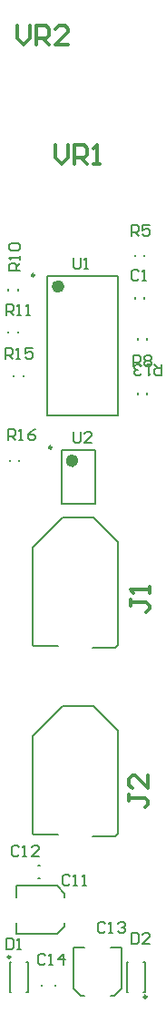
<source format=gto>
G04 Layer_Color=65535*
%FSLAX25Y25*%
%MOIN*%
G70*
G01*
G75*
%ADD18C,0.00800*%
%ADD31C,0.00984*%
%ADD32C,0.02362*%
%ADD33C,0.00787*%
%ADD34C,0.00600*%
%ADD35C,0.01300*%
D18*
X50166Y292789D02*
X49499Y293455D01*
X48166D01*
X47500Y292789D01*
Y290123D01*
X48166Y289457D01*
X49499D01*
X50166Y290123D01*
X51499Y289457D02*
X52832D01*
X52165D01*
Y293455D01*
X51499Y292789D01*
X24666Y71332D02*
X23999Y71999D01*
X22667D01*
X22000Y71332D01*
Y68666D01*
X22667Y68000D01*
X23999D01*
X24666Y68666D01*
X25999Y68000D02*
X27332D01*
X26665D01*
Y71999D01*
X25999Y71332D01*
X29331Y68000D02*
X30664D01*
X29997D01*
Y71999D01*
X29331Y71332D01*
X6166Y81832D02*
X5499Y82499D01*
X4166D01*
X3500Y81832D01*
Y79166D01*
X4166Y78500D01*
X5499D01*
X6166Y79166D01*
X7499Y78500D02*
X8832D01*
X8165D01*
Y82499D01*
X7499Y81832D01*
X13497Y78500D02*
X10831D01*
X13497Y81166D01*
Y81832D01*
X12830Y82499D01*
X11497D01*
X10831Y81832D01*
X37666Y53832D02*
X36999Y54499D01*
X35666D01*
X35000Y53832D01*
Y51166D01*
X35666Y50500D01*
X36999D01*
X37666Y51166D01*
X38999Y50500D02*
X40332D01*
X39665D01*
Y54499D01*
X38999Y53832D01*
X42331D02*
X42997Y54499D01*
X44330D01*
X44997Y53832D01*
Y53166D01*
X44330Y52499D01*
X43664D01*
X44330D01*
X44997Y51833D01*
Y51166D01*
X44330Y50500D01*
X42997D01*
X42331Y51166D01*
X15666Y42332D02*
X14999Y42999D01*
X13667D01*
X13000Y42332D01*
Y39666D01*
X13667Y39000D01*
X14999D01*
X15666Y39666D01*
X16999Y39000D02*
X18332D01*
X17665D01*
Y42999D01*
X16999Y42332D01*
X22330Y39000D02*
Y42999D01*
X20331Y40999D01*
X22997D01*
X1500Y48499D02*
Y44500D01*
X3499D01*
X4166Y45166D01*
Y47832D01*
X3499Y48499D01*
X1500D01*
X5499Y44500D02*
X6832D01*
X6165D01*
Y48499D01*
X5499Y47832D01*
X47500Y50499D02*
Y46500D01*
X49499D01*
X50166Y47166D01*
Y49832D01*
X49499Y50499D01*
X47500D01*
X54164Y46500D02*
X51499D01*
X54164Y49166D01*
Y49832D01*
X53498Y50499D01*
X52165D01*
X51499Y49832D01*
X47500Y305500D02*
Y309499D01*
X49499D01*
X50166Y308832D01*
Y307499D01*
X49499Y306833D01*
X47500D01*
X48833D02*
X50166Y305500D01*
X54164Y309499D02*
X51499D01*
Y307499D01*
X52832Y308166D01*
X53498D01*
X54164Y307499D01*
Y306166D01*
X53498Y305500D01*
X52165D01*
X51499Y306166D01*
X48000Y258000D02*
Y261999D01*
X49999D01*
X50666Y261332D01*
Y259999D01*
X49999Y259333D01*
X48000D01*
X49333D02*
X50666Y258000D01*
X51999Y261332D02*
X52665Y261999D01*
X53998D01*
X54664Y261332D01*
Y260666D01*
X53998Y259999D01*
X54664Y259333D01*
Y258666D01*
X53998Y258000D01*
X52665D01*
X51999Y258666D01*
Y259333D01*
X52665Y259999D01*
X51999Y260666D01*
Y261332D01*
X52665Y259999D02*
X53998D01*
X6500Y293000D02*
X2501D01*
Y294999D01*
X3168Y295666D01*
X4501D01*
X5167Y294999D01*
Y293000D01*
Y294333D02*
X6500Y295666D01*
Y296999D02*
Y298332D01*
Y297665D01*
X2501D01*
X3168Y296999D01*
Y300331D02*
X2501Y300997D01*
Y302330D01*
X3168Y302997D01*
X5834D01*
X6500Y302330D01*
Y300997D01*
X5834Y300331D01*
X3168D01*
X1500Y276500D02*
Y280499D01*
X3499D01*
X4166Y279832D01*
Y278499D01*
X3499Y277833D01*
X1500D01*
X2833D02*
X4166Y276500D01*
X5499D02*
X6832D01*
X6165D01*
Y280499D01*
X5499Y279832D01*
X8831Y276500D02*
X10164D01*
X9497D01*
Y280499D01*
X8831Y279832D01*
X58500Y258500D02*
Y254501D01*
X56501D01*
X55834Y255168D01*
Y256501D01*
X56501Y257167D01*
X58500D01*
X57167D02*
X55834Y258500D01*
X54501D02*
X53168D01*
X53835D01*
Y254501D01*
X54501Y255168D01*
X51169D02*
X50503Y254501D01*
X49170D01*
X48503Y255168D01*
Y255834D01*
X49170Y256501D01*
X49836D01*
X49170D01*
X48503Y257167D01*
Y257834D01*
X49170Y258500D01*
X50503D01*
X51169Y257834D01*
X1000Y260500D02*
Y264499D01*
X2999D01*
X3666Y263832D01*
Y262499D01*
X2999Y261833D01*
X1000D01*
X2333D02*
X3666Y260500D01*
X4999D02*
X6332D01*
X5665D01*
Y264499D01*
X4999Y263832D01*
X10997Y264499D02*
X8331D01*
Y262499D01*
X9664Y263166D01*
X10330D01*
X10997Y262499D01*
Y261166D01*
X10330Y260500D01*
X8997D01*
X8331Y261166D01*
X2000Y231000D02*
Y234999D01*
X3999D01*
X4666Y234332D01*
Y232999D01*
X3999Y232333D01*
X2000D01*
X3333D02*
X4666Y231000D01*
X5999D02*
X7332D01*
X6665D01*
Y234999D01*
X5999Y234332D01*
X11997Y234999D02*
X10664Y234332D01*
X9331Y232999D01*
Y231666D01*
X9997Y231000D01*
X11330D01*
X11997Y231666D01*
Y232333D01*
X11330Y232999D01*
X9331D01*
X26000Y297499D02*
Y294166D01*
X26666Y293500D01*
X27999D01*
X28666Y294166D01*
Y297499D01*
X29999Y293500D02*
X31332D01*
X30665D01*
Y297499D01*
X29999Y296832D01*
X26000Y233999D02*
Y230666D01*
X26666Y230000D01*
X27999D01*
X28666Y230666D01*
Y233999D01*
X32664Y230000D02*
X29999D01*
X32664Y232666D01*
Y233332D01*
X31998Y233999D01*
X30665D01*
X29999Y233332D01*
D31*
X2949Y41783D02*
G03*
X2949Y41783I-492J0D01*
G01*
X18158Y228248D02*
G03*
X18158Y228248I-492J0D01*
G01*
X53035Y27217D02*
G03*
X53035Y27217I-492J0D01*
G01*
X11784Y291248D02*
G03*
X11784Y291248I-492J0D01*
G01*
D32*
X26819Y223406D02*
G03*
X26819Y223406I-1181J0D01*
G01*
X21626Y287154D02*
G03*
X21626Y287154I-1181J0D01*
G01*
D33*
X6272Y223303D02*
Y223697D01*
X2728Y223303D02*
Y223697D01*
X4228Y254303D02*
Y254697D01*
X7772Y254303D02*
Y254697D01*
X53272Y247803D02*
Y248197D01*
X49728Y247803D02*
Y248197D01*
X5772Y270303D02*
Y270697D01*
X2228Y270303D02*
Y270697D01*
X5772Y285803D02*
Y286197D01*
X2228Y285803D02*
Y286197D01*
X49728Y267803D02*
Y268197D01*
X53272Y267803D02*
Y268197D01*
X48728Y298303D02*
Y298697D01*
X52272Y298303D02*
Y298697D01*
X2654Y28890D02*
Y40110D01*
X9347Y28890D02*
Y40110D01*
X2654D02*
X3047D01*
X2654Y28890D02*
X3047D01*
X8953Y40110D02*
X9347D01*
X8953Y28890D02*
X9347D01*
X13303Y70539D02*
X13697D01*
X13303Y75461D02*
X13697D01*
X22858Y63724D02*
Y65102D01*
X20102Y67858D02*
X22858Y65102D01*
X5142Y67858D02*
X20102D01*
X22858Y52898D02*
Y54276D01*
X20102Y50142D02*
X22858Y52898D01*
X5142Y50142D02*
X20102D01*
X5142Y63724D02*
Y67858D01*
Y50142D02*
Y54276D01*
X48728Y282760D02*
Y283154D01*
X52272Y282760D02*
Y283154D01*
X14539Y31303D02*
Y31697D01*
X19461Y31303D02*
Y31697D01*
X21701Y207658D02*
Y227343D01*
X34299Y207658D02*
Y227343D01*
X21701D02*
X34299D01*
X21701Y207658D02*
X34299D01*
X52346Y28890D02*
Y40110D01*
X45654Y28890D02*
Y40110D01*
X51953Y28890D02*
X52346D01*
X51953Y40110D02*
X52346D01*
X45654Y28890D02*
X46047D01*
X45654Y40110D02*
X46047D01*
X39724Y27642D02*
X41102D01*
X43858Y30398D01*
Y45358D01*
X28898Y27642D02*
X30276D01*
X26142Y30398D02*
X28898Y27642D01*
X26142Y30398D02*
Y45358D01*
X39724D02*
X43858D01*
X26142D02*
X30276D01*
X16508Y239910D02*
Y291090D01*
X42492Y239910D02*
Y291090D01*
X16508D02*
X42492D01*
X16508Y239910D02*
X42492D01*
D34*
X33000Y155000D02*
X41500D01*
X42500Y156000D01*
Y193500D01*
X33500Y202500D02*
X42500Y193500D01*
X22000Y202500D02*
X33500D01*
X11000Y191500D02*
X22000Y202500D01*
X11000Y156000D02*
Y191500D01*
Y156000D02*
X11500Y155500D01*
X20500D01*
X33000Y86000D02*
X41500D01*
X42500Y87000D01*
Y124500D01*
X33500Y133500D02*
X42500Y124500D01*
X22000Y133500D02*
X33500D01*
X11000Y122500D02*
X22000Y133500D01*
X11000Y87000D02*
Y122500D01*
Y87000D02*
X11500Y86500D01*
X20500D01*
D35*
X47002Y172665D02*
Y170333D01*
Y171499D01*
X52834D01*
X54000Y170333D01*
Y169166D01*
X52834Y168000D01*
X54000Y174998D02*
Y177330D01*
Y176164D01*
X47002D01*
X48169Y174998D01*
X46502Y101165D02*
Y98833D01*
Y99999D01*
X52334D01*
X53500Y98833D01*
Y97666D01*
X52334Y96500D01*
X53500Y108163D02*
Y103498D01*
X48835Y108163D01*
X47668D01*
X46502Y106997D01*
Y104664D01*
X47668Y103498D01*
X19539Y338842D02*
Y334177D01*
X21872Y331845D01*
X24204Y334177D01*
Y338842D01*
X26537Y331845D02*
Y338842D01*
X30036D01*
X31202Y337676D01*
Y335344D01*
X30036Y334177D01*
X26537D01*
X28870D02*
X31202Y331845D01*
X33535D02*
X35867D01*
X34701D01*
Y338842D01*
X33535Y337676D01*
X5500Y382498D02*
Y377833D01*
X7833Y375500D01*
X10165Y377833D01*
Y382498D01*
X12498Y375500D02*
Y382498D01*
X15997D01*
X17163Y381331D01*
Y378999D01*
X15997Y377833D01*
X12498D01*
X14830D02*
X17163Y375500D01*
X24161D02*
X19496D01*
X24161Y380165D01*
Y381331D01*
X22994Y382498D01*
X20662D01*
X19496Y381331D01*
M02*

</source>
